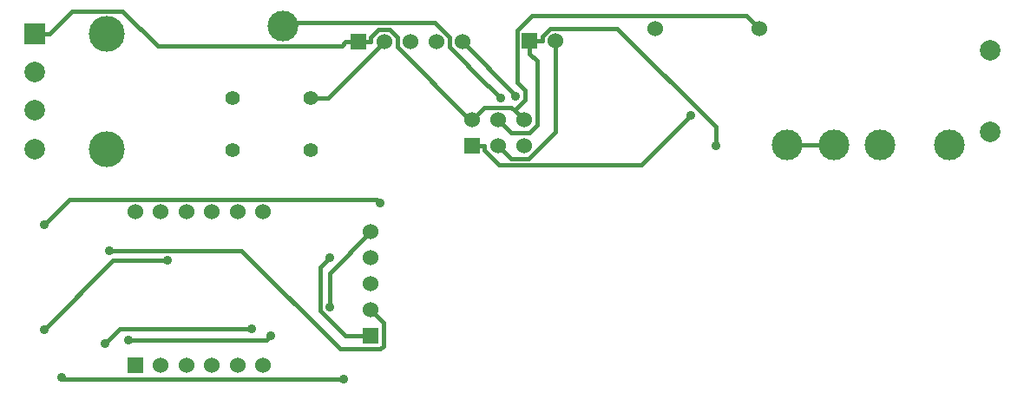
<source format=gbl>
G04 (created by PCBNEW (2013-07-07 BZR 4022)-stable) date 26/01/2014 9:48:07 PM*
%MOIN*%
G04 Gerber Fmt 3.4, Leading zero omitted, Abs format*
%FSLAX34Y34*%
G01*
G70*
G90*
G04 APERTURE LIST*
%ADD10C,0.00590551*%
%ADD11C,0.06*%
%ADD12C,0.11811*%
%ADD13C,0.055*%
%ADD14R,0.06X0.06*%
%ADD15C,0.137795*%
%ADD16R,0.0787402X0.0787402*%
%ADD17C,0.0787402*%
%ADD18C,0.035*%
%ADD19C,0.015748*%
G04 APERTURE END LIST*
G54D10*
G54D11*
X29732Y-5905D03*
X33732Y-5905D03*
G54D12*
X15452Y-5787D03*
X34822Y-10354D03*
X41043Y-10354D03*
X36594Y-10354D03*
X38366Y-10354D03*
G54D13*
X13500Y-10566D03*
X13500Y-8566D03*
X16500Y-10566D03*
X16500Y-8566D03*
G54D14*
X24913Y-6377D03*
G54D11*
X25913Y-6377D03*
G54D14*
X22700Y-10401D03*
G54D11*
X22700Y-9401D03*
X23700Y-10401D03*
X23700Y-9401D03*
X24700Y-10401D03*
X24700Y-9401D03*
G54D14*
X18818Y-17708D03*
G54D11*
X18818Y-16708D03*
X18818Y-15708D03*
X18818Y-14708D03*
X18818Y-13708D03*
G54D14*
X18334Y-6417D03*
G54D11*
X19334Y-6417D03*
X20334Y-6417D03*
X21334Y-6417D03*
X22334Y-6417D03*
G54D14*
X9763Y-18838D03*
G54D11*
X10748Y-18838D03*
X11732Y-18838D03*
X12716Y-18838D03*
X13700Y-18838D03*
X14685Y-18838D03*
X14685Y-12933D03*
X13700Y-12933D03*
X12716Y-12933D03*
X11732Y-12933D03*
X10748Y-12933D03*
X9763Y-12933D03*
G54D15*
X8661Y-6092D03*
X8661Y-10521D03*
G54D16*
X5905Y-6092D03*
G54D17*
X5905Y-10521D03*
X5905Y-7568D03*
X5915Y-9045D03*
X42598Y-6732D03*
X42598Y-9881D03*
G54D18*
X8605Y-17993D03*
X14233Y-17431D03*
X24386Y-8496D03*
X19173Y-12598D03*
X6283Y-13427D03*
X8765Y-14424D03*
X17242Y-14706D03*
X17759Y-19368D03*
X6932Y-19287D03*
X17239Y-16595D03*
X14961Y-17706D03*
X9508Y-17871D03*
X6264Y-17459D03*
X11003Y-14815D03*
X31118Y-9233D03*
X23813Y-8561D03*
X32067Y-10404D03*
G54D19*
X18574Y-6417D02*
X18813Y-6417D01*
X18574Y-6417D02*
X18334Y-6417D01*
X7347Y-5223D02*
X6478Y-6092D01*
X9287Y-5223D02*
X7347Y-5223D01*
X10639Y-6575D02*
X9287Y-5223D01*
X17697Y-6575D02*
X10639Y-6575D01*
X17855Y-6417D02*
X17697Y-6575D01*
X18334Y-6417D02*
X17855Y-6417D01*
X5905Y-6092D02*
X6478Y-6092D01*
X22617Y-9401D02*
X22700Y-9401D01*
X19834Y-6618D02*
X22617Y-9401D01*
X19834Y-6238D02*
X19834Y-6618D01*
X19527Y-5931D02*
X19834Y-6238D01*
X19120Y-5931D02*
X19527Y-5931D01*
X18813Y-6237D02*
X19120Y-5931D01*
X18813Y-6417D02*
X18813Y-6237D01*
X24755Y-8642D02*
X24348Y-9049D01*
X24755Y-8281D02*
X24755Y-8642D01*
X24434Y-7960D02*
X24755Y-8281D01*
X24434Y-5983D02*
X24434Y-7960D01*
X25001Y-5416D02*
X24434Y-5983D01*
X33242Y-5416D02*
X25001Y-5416D01*
X33732Y-5905D02*
X33242Y-5416D01*
X24221Y-8922D02*
X24348Y-9049D01*
X23179Y-8922D02*
X24221Y-8922D01*
X22700Y-9401D02*
X23179Y-8922D01*
X24348Y-9049D02*
X24700Y-9401D01*
X36594Y-10354D02*
X34822Y-10354D01*
X17185Y-8566D02*
X16500Y-8566D01*
X19334Y-6417D02*
X17185Y-8566D01*
X9168Y-17431D02*
X8605Y-17993D01*
X14233Y-17431D02*
X9168Y-17431D01*
X24386Y-8469D02*
X24386Y-8496D01*
X22334Y-6417D02*
X24386Y-8469D01*
X7256Y-12454D02*
X6283Y-13427D01*
X19029Y-12454D02*
X7256Y-12454D01*
X19173Y-12598D02*
X19029Y-12454D01*
X19297Y-17187D02*
X18818Y-16708D01*
X19297Y-18101D02*
X19297Y-17187D01*
X19187Y-18212D02*
X19297Y-18101D01*
X17645Y-18212D02*
X19187Y-18212D01*
X13857Y-14424D02*
X17645Y-18212D01*
X8765Y-14424D02*
X13857Y-14424D01*
X16885Y-15064D02*
X17242Y-14706D01*
X16885Y-16747D02*
X16885Y-15064D01*
X17846Y-17708D02*
X16885Y-16747D01*
X18818Y-17708D02*
X17846Y-17708D01*
X7014Y-19368D02*
X6932Y-19287D01*
X17759Y-19368D02*
X7014Y-19368D01*
X17239Y-15287D02*
X17239Y-16595D01*
X18818Y-13708D02*
X17239Y-15287D01*
X14796Y-17871D02*
X14961Y-17706D01*
X9508Y-17871D02*
X14796Y-17871D01*
X8908Y-14815D02*
X11003Y-14815D01*
X6264Y-17459D02*
X8908Y-14815D01*
X29200Y-11151D02*
X31118Y-9233D01*
X23750Y-11151D02*
X29200Y-11151D01*
X23179Y-10581D02*
X23750Y-11151D01*
X23179Y-10401D02*
X23179Y-10581D01*
X22700Y-10401D02*
X23179Y-10401D01*
X15566Y-5673D02*
X15452Y-5787D01*
X21281Y-5673D02*
X15566Y-5673D01*
X21834Y-6226D02*
X21281Y-5673D01*
X21834Y-6612D02*
X21834Y-6226D01*
X23314Y-8092D02*
X21834Y-6612D01*
X23344Y-8092D02*
X23314Y-8092D01*
X23344Y-8092D02*
X23344Y-8092D01*
X23813Y-8561D02*
X23344Y-8092D01*
X25913Y-9868D02*
X25913Y-6377D01*
X24888Y-10893D02*
X25913Y-9868D01*
X24192Y-10893D02*
X24888Y-10893D01*
X23700Y-10401D02*
X24192Y-10893D01*
X32067Y-9681D02*
X32067Y-10404D01*
X28279Y-5894D02*
X32067Y-9681D01*
X25696Y-5894D02*
X28279Y-5894D01*
X25392Y-6198D02*
X25696Y-5894D01*
X25392Y-6377D02*
X25392Y-6198D01*
X24913Y-6377D02*
X25392Y-6377D01*
X25206Y-7149D02*
X24913Y-6856D01*
X25206Y-9605D02*
X25206Y-7149D01*
X24910Y-9901D02*
X25206Y-9605D01*
X24200Y-9901D02*
X24910Y-9901D01*
X23700Y-9401D02*
X24200Y-9901D01*
X24913Y-6377D02*
X24913Y-6856D01*
M02*

</source>
